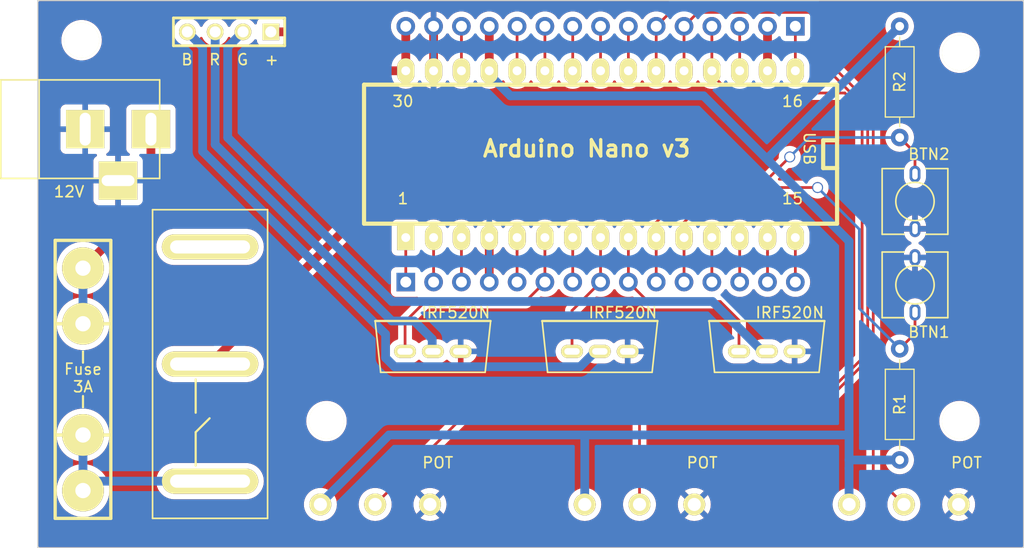
<source format=kicad_pcb>
(kicad_pcb (version 20221018) (generator pcbnew)
  (title_block (title "RGB LED v2") (rev "1") (company "coredump Hackerspace"))
  (layers (0 "F.Cu" signal) (31 "B.Cu" signal) (34 "B.Paste" user) (35 "F.Paste" user) (36 "B.SilkS" user "B.Silkscreen") (37 "F.SilkS" user "F.Silkscreen") (38 "B.Mask" user) (39 "F.Mask" user) (44 "Edge.Cuts" user))
  (net 0 "")
  (net 1 "GND")
  (net 2 "Net-(CON1-Pad1)")
  (net 3 "Net-(CONN1-Pad2)")
  (net 4 "Net-(CONN1-Pad3)")
  (net 5 "Net-(CONN1-Pad4)")
  (net 6 "Net-(F1-Pad2)")
  (net 7 "A1")
  (net 8 "VIN")
  (net 9 "3.3V")
  (net 10 "A3")
  (net 11 "A4")
  (net 12 "A5")
  (net 13 "A6")
  (net 14 "A7")
  (net 15 "A8")
  (net 16 "A9")
  (net 17 "A10")
  (net 18 "A11")
  (net 19 "5V")
  (net 20 "A13")
  (net 21 "A16")
  (net 22 "A17")
  (net 23 "A18")
  (net 24 "A20")
  (net 25 "A21")
  (net 26 "A22")
  (net 27 "A23")
  (net 28 "A24")
  (net 29 "A25")
  (net 30 "A26")
  (net 31 "A27")
  (net 32 "A28")
  (net 33 "A29")
  (net 34 "A30")
  (footprint "POT_3" (layer "F.Cu") (at 49.53 66.04)
    (fp_text reference "RV1" hide)
    (fp_text value "POT" (at 5.715 -3.81) (layer "F.SilkS"))
    (pad "1" thru_hole circle (at -5 0) (size 2 2) (drill 1.2) (layers "*.Cu" "*.Mask" "F.SilkS") (net 19 "5V"))
    (pad "2" thru_hole circle (at 0 0) (size 2 2) (drill 1.2) (layers "*.Cu" "*.Mask" "F.SilkS") (net 11 "A4"))
    (pad "3" thru_hole circle (at 5 0) (size 2 2) (drill 1.2) (layers "*.Cu" "*.Mask" "F.SilkS") (net 1 "GND"))
  )
  (footprint "POT_3_Naked" (layer "F.Cu") (at 73.66 66.04)
    (fp_text reference "RV2" hide)
    (fp_text value "POT" (at 5.715 -3.81) (layer "F.SilkS"))
    (pad "1" thru_hole circle (at -5 0) (size 2 2) (drill 1.2) (layers "*.Cu" "*.Mask" "F.SilkS") (net 19 "5V"))
    (pad "2" thru_hole circle (at 0 0) (size 2 2) (drill 1.2) (layers "*.Cu" "*.Mask" "F.SilkS") (net 12 "A5"))
    (pad "3" thru_hole circle (at 5 0) (size 2 2) (drill 1.2) (layers "*.Cu" "*.Mask" "F.SilkS") (net 1 "GND"))
  )
  (footprint "PIN_ARRAY_4x1" (layer "F.Cu") (at 36.195 22.86 180)
    (fp_text reference "CONN1" hide)
    (fp_text value "RGB LED" hide)
    (fp_line (start -5.08 -1.27) (end -5.08 1.27) (stroke (width 0.254)) (layer "F.SilkS"))
    (fp_line (start 5.08 -1.27) (end -5.08 -1.27) (stroke (width 0.254)) (layer "F.SilkS"))
    (fp_line (start 5.08 1.27) (end -5.08 1.27) (stroke (width 0.254)) (layer "F.SilkS"))
    (fp_line (start 5.08 1.27) (end 5.08 -1.27) (stroke (width 0.254)) (layer "F.SilkS"))
    (pad "1" thru_hole rect (at -3.81 0 180) (size 1.524 1.524) (drill 1.016) (layers "*.Cu" "*.Mask" "F.SilkS") (net 8 "VIN"))
    (pad "2" thru_hole circle (at -1.27 0 180) (size 1.524 1.524) (drill 1.016) (layers "*.Cu" "*.Mask" "F.SilkS") (net 3 "Net-(CONN1-Pad2)"))
    (pad "3" thru_hole circle (at 1.27 0 180) (size 1.524 1.524) (drill 1.016) (layers "*.Cu" "*.Mask" "F.SilkS") (net 4 "Net-(CONN1-Pad3)"))
    (pad "4" thru_hole circle (at 3.81 0 180) (size 1.524 1.524) (drill 1.016) (layers "*.Cu" "*.Mask" "F.SilkS") (net 5 "Net-(CONN1-Pad4)"))
  )
  (footprint "OSHW_MASK_7MM" (layer "F.Cu") (at 38.481 30.099)
    (fp_text reference "G***" hide)
    (fp_text value "LOGO" hide)
  )
  (footprint "arduino_nano" (layer "F.Cu") (at 68.834 34.036 180)
    (fp_text reference "UC1" hide)
    (fp_text value "ARDUINO_NANO" hide)
    (fp_line (start -22.86 -6.35) (end 20.32 -6.35) (stroke (width 0.381)) (layer "F.SilkS"))
    (fp_line (start -22.86 1.27) (end -21.59 1.27) (stroke (width 0.381)) (layer "F.SilkS"))
    (fp_line (start -22.86 6.35) (end -22.86 -6.35) (stroke (width 0.381)) (layer "F.SilkS"))
    (fp_line (start -21.59 -1.27) (end -22.86 -1.27) (stroke (width 0.381)) (layer "F.SilkS"))
    (fp_line (start -21.59 1.27) (end -21.59 -1.27) (stroke (width 0.381)) (layer "F.SilkS"))
    (fp_line (start 20.32 -6.35) (end 20.32 6.35) (stroke (width 0.381)) (layer "F.SilkS"))
    (fp_line (start 20.32 6.35) (end -22.86 6.35) (stroke (width 0.381)) (layer "F.SilkS"))
    (pad "1" thru_hole oval (at -19.05 7.62 180) (size 1.5748 2.286) (drill 0.8128) (layers "*.Cu" "*.Mask" "F.SilkS") (net 7 "A1"))
    (pad "2" thru_hole oval (at -16.51 7.62 180) (size 1.5748 2.286) (drill 0.8128) (layers "*.Cu" "*.Mask" "F.SilkS") (net 9 "3.3V"))
    (pad "3" thru_hole oval (at -13.97 7.62 180) (size 1.5748 2.286) (drill 0.8128) (layers "*.Cu" "*.Mask" "F.SilkS") (net 10 "A3"))
    (pad "4" thru_hole oval (at -11.43 7.62 180) (size 1.5748 2.286) (drill 0.8128) (layers "*.Cu" "*.Mask" "F.SilkS") (net 11 "A4"))
    (pad "5" thru_hole oval (at -8.89 7.62 180) (size 1.5748 2.286) (drill 0.8128) (layers "*.Cu" "*.Mask" "F.SilkS") (net 12 "A5"))
    (pad "6" thru_hole oval (at -6.35 7.62 180) (size 1.5748 2.286) (drill 0.8128) (layers "*.Cu" "*.Mask" "F.SilkS") (net 13 "A6"))
    (pad "7" thru_hole oval (at -3.81 7.62 180) (size 1.5748 2.286) (drill 0.8128) (layers "*.Cu" "*.Mask" "F.SilkS") (net 14 "A7"))
    (pad "8" thru_hole oval (at -1.27 7.62 180) (size 1.5748 2.286) (drill 0.8128) (layers "*.Cu" "*.Mask" "F.SilkS") (net 15 "A8"))
    (pad "9" thru_hole oval (at 1.27 7.62 180) (size 1.5748 2.286) (drill 0.8128) (layers "*.Cu" "*.Mask" "F.SilkS") (net 16 "A9"))
    (pad "10" thru_hole oval (at 3.81 7.62 180) (size 1.5748 2.286) (drill 0.8128) (layers "*.Cu" "*.Mask" "F.SilkS") (net 17 "A10"))
    (pad "11" thru_hole oval (at 6.35 7.62 180) (size 1.5748 2.286) (drill 0.8128) (layers "*.Cu" "*.Mask" "F.SilkS") (net 18 "A11"))
    (pad "12" thru_hole oval (at 8.89 7.62 180) (size 1.5748 2.286) (drill 0.8128) (layers "*.Cu" "*.Mask" "F.SilkS") (net 19 "5V"))
    (pad "13" thru_hole oval (at 11.43 7.62 180) (size 1.5748 2.286) (drill 0.8128) (layers "*.Cu" "*.Mask" "F.SilkS") (net 20 "A13"))
    (pad "14" thru_hole oval (at 13.97 7.62 180) (size 1.5748 2.286) (drill 0.8128) (layers "*.Cu" "*.Mask" "F.SilkS") (net 1 "GND"))
    (pad "15" thru_hole oval (at 16.51 7.62 180) (size 1.5748 2.286) (drill 0.8128) (layers "*.Cu" "*.Mask" "F.SilkS") (net 8 "VIN"))
    (pad "16" thru_hole rect (at 16.51 -7.62 180) (size 1.5748 2.286) (drill 0.8128) (layers "*.Cu" "*.Mask" "F.SilkS") (net 21 "A16"))
    (pad "17" thru_hole oval (at 13.97 -7.62 180) (size 1.5748 2.286) (drill 0.8128) (layers "*.Cu" "*.Mask" "F.SilkS") (net 22 "A17"))
    (pad "18" thru_hole oval (at 11.43 -7.62 180) (size 1.5748 2.286) (drill 0.8128) (layers "*.Cu" "*.Mask" "F.SilkS") (net 23 "A18"))
    (pad "19" thru_hole oval (at 8.89 -7.62 180) (size 1.5748 2.286) (drill 0.8128) (layers "*.Cu" "*.Mask" "F.SilkS") (net 1 "GND"))
    (pad "20" thru_hole oval (at 6.35 -7.62 180) (size 1.5748 2.286) (drill 0.8128) (layers "*.Cu" "*.Mask" "F.SilkS") (net 24 "A20"))
    (pad "21" thru_hole oval (at 3.81 -7.62 180) (size 1.5748 2.286) (drill 0.8128) (layers "*.Cu" "*.Mask" "F.SilkS") (net 25 "A21"))
    (pad "22" thru_hole oval (at 1.27 -7.62 180) (size 1.5748 2.286) (drill 0.8128) (layers "*.Cu" "*.Mask" "F.SilkS") (net 26 "A22"))
    (pad "23" thru_hole oval (at -1.27 -7.62 180) (size 1.5748 2.286) (drill 0.8128) (layers "*.Cu" "*.Mask" "F.SilkS") (net 27 "A23"))
    (pad "24" thru_hole oval (at -3.81 -7.62 180) (size 1.5748 2.286) (drill 0.8128) (layers "*.Cu" "*.Mask" "F.SilkS") (net 28 "A24"))
    (pad "25" thru_hole oval (at -6.35 -7.62 180) (size 1.5748 2.286) (drill 0.8128) (layers "*.Cu" "*.Mask" "F.SilkS") (net 29 "A25"))
    (pad "26" thru_hole oval (at -8.89 -7.62 180) (size 1.5748 2.286) (drill 0.8128) (layers "*.Cu" "*.Mask" "F.SilkS") (net 30 "A26"))
    (pad "27" thru_hole oval (at -11.43 -7.62 180) (size 1.5748 2.286) (drill 0.8128) (layers "*.Cu" "*.Mask" "F.SilkS") (net 31 "A27"))
    (pad "28" thru_hole oval (at -13.97 -7.62 180) (size 1.5748 2.286) (drill 0.8128) (layers "*.Cu" "*.Mask" "F.SilkS") (net 32 "A28"))
    (pad "29" thru_hole oval (at -16.51 -7.62 180) (size 1.5748 2.286) (drill 0.8128) (layers "*.Cu" "*.Mask" "F.SilkS") (net 33 "A29"))
    (pad "30" thru_hole oval (at -19.05 -7.62 180) (size 1.5748 2.286) (drill 0.8128) (layers "*.Cu" "*.Mask" "F.SilkS") (net 34 "A30"))
  )
  (footprint "IRF520N" (layer "F.Cu") (at 64.77 49.276)
    (fp_text reference "QB1" hide)
    (fp_text value "IRF520N FET" hide)
    (fp_line (start 0 0) (end 10.54 0) (stroke (width 0.15)) (layer "F.SilkS"))
    (fp_line (start 0.5 4.69) (end 0 0) (stroke (width 0.15)) (layer "F.SilkS"))
    (fp_line (start 10.04 4.69) (end 0.5 4.69) (stroke (width 0.15)) (layer "F.SilkS"))
    (fp_line (start 10.54 0) (end 10.04 4.69) (stroke (width 0.15)) (layer "F.SilkS"))
    (pad "D" thru_hole oval (at 5.27 2.78) (size 2 1.2) (drill oval 1.4 0.6) (layers "*.Cu" "*.Mask" "F.SilkS") (net 5 "Net-(CONN1-Pad4)"))
    (pad "G" thru_hole oval (at 2.73 2.78) (size 2 1.2) (drill oval 1.4 0.6) (layers "*.Cu" "*.Mask" "F.SilkS") (net 27 "A23"))
    (pad "S" thru_hole oval (at 7.81 2.78) (size 2 1.2) (drill oval 1.4 0.6) (layers "*.Cu" "*.Mask" "F.SilkS") (net 1 "GND"))
  )
  (footprint "IRF520N" (layer "F.Cu") (at 49.53 49.276)
    (fp_text reference "QR1" hide)
    (fp_text value "IRF520N FET" hide)
    (fp_line (start 0 0) (end 10.54 0) (stroke (width 0.15)) (layer "F.SilkS"))
    (fp_line (start 0.5 4.69) (end 0 0) (stroke (width 0.15)) (layer "F.SilkS"))
    (fp_line (start 10.04 4.69) (end 0.5 4.69) (stroke (width 0.15)) (layer "F.SilkS"))
    (fp_line (start 10.54 0) (end 10.04 4.69) (stroke (width 0.15)) (layer "F.SilkS"))
    (pad "D" thru_hole oval (at 5.27 2.78) (size 2 1.2) (drill oval 1.4 0.6) (layers "*.Cu" "*.Mask" "F.SilkS") (net 4 "Net-(CONN1-Pad3)"))
    (pad "G" thru_hole oval (at 2.73 2.78) (size 2 1.2) (drill oval 1.4 0.6) (layers "*.Cu" "*.Mask" "F.SilkS") (net 25 "A21"))
    (pad "S" thru_hole oval (at 7.81 2.78) (size 2 1.2) (drill oval 1.4 0.6) (layers "*.Cu" "*.Mask" "F.SilkS") (net 1 "GND"))
  )
  (footprint "rgbled-custom:KCD3" (layer "F.Cu") (at 29.21 67.31 90)
    (fp_text reference "SW1" hide)
    (fp_text value "SPST" hide)
    (fp_line (start 0 0) (end 28.2 0) (stroke (width 0.15)) (layer "F.SilkS"))
    (fp_line (start 0 10.5) (end 0 0) (stroke (width 0.15)) (layer "F.SilkS"))
    (fp_line (start 28.2 0) (end 28.2 10.5) (stroke (width 0.15)) (layer "F.SilkS"))
    (fp_line (start 28.2 10.5) (end 0 10.5) (stroke (width 0.15)) (layer "F.SilkS"))
    (pad "1" thru_hole oval (at 3.4 5.25 90) (size 2.3 8.8) (drill oval 1.2 7.3) (layers "*.Cu" "*.Mask" "F.SilkS") (net 6 "Net-(F1-Pad2)"))
    (pad "2" thru_hole oval (at 14.1 5.25 90) (size 2.3 8.8) (drill oval 1.2 7.3) (layers "*.Cu" "*.Mask" "F.SilkS") (net 8 "VIN"))
    (pad "3" thru_hole oval (at 24.8 5.25 90) (size 2.3 8.8) (drill oval 1.2 7.3) (layers "*.Cu" "*.Mask" "F.SilkS"))
  )
  (footprint "FUSE5-20" (layer "F.Cu") (at 22.86 54.61 -90)
    (fp_text reference "F1" hide)
    (fp_text value "FUSE" hide)
    (fp_line (start -12.7 -2.54) (end 12.7 -2.54) (stroke (width 0.3048)) (layer "F.SilkS"))
    (fp_line (start -12.7 2.54) (end -12.7 -2.54) (stroke (width 0.3048)) (layer "F.SilkS"))
    (fp_line (start -5.08 -2.54) (end -5.08 2.54) (stroke (width 0.3048)) (layer "F.SilkS"))
    (fp_line (start 5.08 -2.54) (end 5.08 2.54) (stroke (width 0.3048)) (layer "F.SilkS"))
    (fp_line (start 12.7 -2.54) (end 12.7 2.54) (stroke (width 0.3048)) (layer "F.SilkS"))
    (fp_line (start 12.7 2.54) (end -12.7 2.54) (stroke (width 0.3048)) (layer "F.SilkS"))
    (pad "1" thru_hole circle (at -10.16 0 270) (size 3.81 3.81) (drill 1.397) (layers "*.Cu" "*.Mask" "F.SilkS") (net 2 "Net-(CON1-Pad1)"))
    (pad "1" thru_hole circle (at -5.08 0 270) (size 3.81 3.81) (drill 1.397) (layers "*.Cu" "*.Mask" "F.SilkS") (net 2 "Net-(CON1-Pad1)"))
    (pad "2" thru_hole circle (at 5.08 0 270) (size 3.81 3.81) (drill 1.397) (layers "*.Cu" "*.Mask" "F.SilkS") (net 6 "Net-(F1-Pad2)"))
    (pad "2" thru_hole circle (at 10.16 0 270) (size 3.81 3.81) (drill 1.397) (layers "*.Cu" "*.Mask" "F.SilkS") (net 6 "Net-(F1-Pad2)"))
  )
  (footprint "IRF520N" (layer "F.Cu") (at 80.01 49.276)
    (fp_text reference "QG1" hide)
    (fp_text value "IRF520N FET" hide)
    (fp_line (start 0 0) (end 10.54 0) (stroke (width 0.15)) (layer "F.SilkS"))
    (fp_line (start 0.5 4.69) (end 0 0) (stroke (width 0.15)) (layer "F.SilkS"))
    (fp_line (start 10.04 4.69) (end 0.5 4.69) (stroke (width 0.15)) (layer "F.SilkS"))
    (fp_line (start 10.54 0) (end 10.04 4.69) (stroke (width 0.15)) (layer "F.SilkS"))
    (pad "D" thru_hole oval (at 5.27 2.78) (size 2 1.2) (drill oval 1.4 0.6) (layers "*.Cu" "*.Mask" "F.SilkS") (net 3 "Net-(CONN1-Pad2)"))
    (pad "G" thru_hole oval (at 2.73 2.78) (size 2 1.2) (drill oval 1.4 0.6) (layers "*.Cu" "*.Mask" "F.SilkS") (net 28 "A24"))
    (pad "S" thru_hole oval (at 7.81 2.78) (size 2 1.2) (drill oval 1.4 0.6) (layers "*.Cu" "*.Mask" "F.SilkS") (net 1 "GND"))
  )
  (footprint "POT_3_Naked" (layer "F.Cu") (at 97.79 66.04)
    (fp_text reference "RV3" hide)
    (fp_text value "POT" (at 5.715 -3.81) (layer "F.SilkS"))
    (pad "1" thru_hole circle (at -5 0) (size 2 2) (drill 1.2) (layers "*.Cu" "*.Mask" "F.SilkS") (net 19 "5V"))
    (pad "2" thru_hole circle (at 0 0) (size 2 2) (drill 1.2) (layers "*.Cu" "*.Mask" "F.SilkS") (net 13 "A6"))
    (pad "3" thru_hole circle (at 5 0) (size 2 2) (drill 1.2) (layers "*.Cu" "*.Mask" "F.SilkS") (net 1 "GND"))
  )
  (footprint "Connect:BARREL_JACK" (layer "F.Cu") (at 22.86 31.75)
    (fp_text reference "CON1" hide)
    (fp_text value "BARREL_JACK" hide)
    (fp_line (start -7.50062 -4.50088) (end -7.50062 4.50088) (stroke (width 0.15)) (layer "F.SilkS"))
    (fp_line (start -7.50062 4.50088) (end 7.00024 4.50088) (stroke (width 0.15)) (layer "F.SilkS"))
    (fp_line (start -4.0005 -4.50088) (end -4.0005 4.50088) (stroke (width 0.15)) (layer "F.SilkS"))
    (fp_line (start 7.00024 -4.50088) (end -7.50062 -4.50088) (stroke (width 0.15)) (layer "F.SilkS"))
    (fp_line (start 7.00024 4.50088) (end 7.00024 -4.50088) (stroke (width 0.15)) (layer "F.SilkS"))
    (pad "1" thru_hole rect (at 6.20014 0) (size 3.50012 3.50012) (drill oval 1.00076 2.99974) (layers "*.Cu" "*.Mask" "F.SilkS") (net 2 "Net-(CON1-Pad1)"))
    (pad "2" thru_hole rect (at 0.20066 0) (size 3.50012 3.50012) (drill oval 1.00076 2.99974) (layers "*.Cu" "*.Mask" "F.SilkS") (net 1 "GND"))
    (pad "3" thru_hole rect (at 3.2004 4.699) (size 3.50012 3.50012) (drill oval 2.99974 1.00076) (layers "*.Cu" "*.Mask" "F.SilkS") (net 1 "GND"))
  )
  (footprint "Mounting_Holes:MountingHole_3.2mm_M3" (layer "F.Cu") (at 102.87 24.765)
    (fp_text reference "REF**" hide)
    (fp_text value "MountingHole_3.2mm_M3" hide)
    (pad "" np_thru_hole circle (at 0 0) (size 3.2 3.2) (drill 3.2) (layers "*.Cu" "*.Mask" "F.SilkS"))
  )
  (footprint "Mounting_Holes:MountingHole_3.2mm_M3" (layer "F.Cu") (at 45.085 58.42)
    (fp_text reference "REF**" hide)
    (fp_text value "MountingHole_3.2mm_M3" hide)
    (pad "" np_thru_hole circle (at 0 0) (size 3.2 3.2) (drill 3.2) (layers "*.Cu" "*.Mask" "F.SilkS"))
  )
  (footprint "Mounting_Holes:MountingHole_3.2mm_M3" (layer "F.Cu") (at 102.87 58.42)
    (fp_text reference "REF**" hide)
    (fp_text value "MountingHole_3.2mm_M3" hide)
    (pad "" np_thru_hole circle (at 0 0) (size 3.2 3.2) (drill 3.2) (layers "*.Cu" "*.Mask" "F.SilkS"))
  )
  (footprint "Mounting_Holes:MountingHole_3.2mm_M3" (layer "F.Cu") (at 22.733 23.622)
    (fp_text reference "REF**" hide)
    (fp_text value "MountingHole_3.2mm_M3" hide)
    (pad "" np_thru_hole circle (at 0 0) (size 3.2 3.2) (drill 3.2) (layers "*.Cu" "*.Mask" "F.SilkS"))
  )
  (footprint "rgbled-custom:Pin_Header_Straight_1x15_Pitch2.54mm_Noborder" (layer "F.Cu") (at 87.884 22.352 -90)
    (fp_text reference "P1" hide)
    (fp_text value "CONN_01X15")
    (pad "1" thru_hole rect (at 0 0 270) (size 1.7 1.7) (drill 1) (layers "*.Cu" "*.Mask") (net 7 "A1"))
    (pad "2" thru_hole oval (at 0 2.54 270) (size 1.7 1.7) (drill 1) (layers "*.Cu" "*.Mask") (net 9 "3.3V"))
    (pad "3" thru_hole oval (at 0 5.08 270) (size 1.7 1.7) (drill 1) (layers "*.Cu" "*.Mask") (net 10 "A3"))
    (pad "4" thru_hole oval (at 0 7.62 270) (size 1.7 1.7) (drill 1) (layers "*.Cu" "*.Mask") (net 11 "A4"))
    (pad "5" thru_hole oval (at 0 10.16 270) (size 1.7 1.7) (drill 1) (layers "*.Cu" "*.Mask") (net 12 "A5"))
    (pad "6" thru_hole oval (at 0 12.7 270) (size 1.7 1.7) (drill 1) (layers "*.Cu" "*.Mask") (net 13 "A6"))
    (pad "7" thru_hole oval (at 0 15.24 270) (size 1.7 1.7) (drill 1) (layers "*.Cu" "*.Mask") (net 14 "A7"))
    (pad "8" thru_hole oval (at 0 17.78 270) (size 1.7 1.7) (drill 1) (layers "*.Cu" "*.Mask") (net 15 "A8"))
    (pad "9" thru_hole oval (at 0 20.32 270) (size 1.7 1.7) (drill 1) (layers "*.Cu" "*.Mask") (net 16 "A9"))
    (pad "10" thru_hole oval (at 0 22.86 270) (size 1.7 1.7) (drill 1) (layers "*.Cu" "*.Mask") (net 17 "A10"))
    (pad "11" thru_hole oval (at 0 25.4 270) (size 1.7 1.7) (drill 1) (layers "*.Cu" "*.Mask") (net 18 "A11"))
    (pad "12" thru_hole oval (at 0 27.94 270) (size 1.7 1.7) (drill 1) (layers "*.Cu" "*.Mask") (net 19 "5V"))
    (pad "13" thru_hole oval (at 0 30.48 270) (size 1.7 1.7) (drill 1) (layers "*.Cu" "*.Mask") (net 20 "A13"))
    (pad "14" thru_hole oval (at 0 33.02 270) (size 1.7 1.7) (drill 1) (layers "*.Cu" "*.Mask") (net 1 "GND"))
    (pad "15" thru_hole oval (at 0 35.56 270) (size 1.7 1.7) (drill 1) (layers "*.Cu" "*.Mask") (net 8 "VIN"))
  )
  (footprint "rgbled-custom:Pin_Header_Straight_1x15_Pitch2.54mm_Noborder" (layer "F.Cu") (at 52.324 45.72 90)
    (fp_text reference "P2" hide)
    (fp_text value "CONN_01X15")
    (pad "1" thru_hole rect (at 0 0 90) (size 1.7 1.7) (drill 1) (layers "*.Cu" "*.Mask") (net 21 "A16"))
    (pad "2" thru_hole oval (at 0 2.54 90) (size 1.7 1.7) (drill 1) (layers "*.Cu" "*.Mask") (net 22 "A17"))
    (pad "3" thru_hole oval (at 0 5.08 90) (size 1.7 1.7) (drill 1) (layers "*.Cu" "*.Mask") (net 23 "A18"))
    (pad "4" thru_hole oval (at 0 7.62 90) (size 1.7 1.7) (drill 1) (layers "*.Cu" "*.Mask") (net 1 "GND"))
    (pad "5" thru_hole oval (at 0 10.16 90) (size 1.7 1.7) (drill 1) (layers "*.Cu" "*.Mask") (net 24 "A20"))
    (pad "6" thru_hole oval (at 0 12.7 90) (size 1.7 1.7) (drill 1) (layers "*.Cu" "*.Mask") (net 25 "A21"))
    (pad "7" thru_hole oval (at 0 15.24 90) (size 1.7 1.7) (drill 1) (layers "*.Cu" "*.Mask") (net 26 "A22"))
    (pad "8" thru_hole oval (at 0 17.78 90) (size 1.7 1.7) (drill 1) (layers "*.Cu" "*.Mask") (net 27 "A23"))
    (pad "9" thru_hole oval (at 0 20.32 90) (size 1.7 1.7) (drill 1) (layers "*.Cu" "*.Mask") (net 28 "A24"))
    (pad "10" thru_hole oval (at 0 22.86 90) (size 1.7 1.7) (drill 1) (layers "*.Cu" "*.Mask") (net 29 "A25"))
    (pad "11" thru_hole oval (at 0 25.4 90) (size 1.7 1.7) (drill 1) (layers "*.Cu" "*.Mask") (net 30 "A26"))
    (pad "12" thru_hole oval (at 0 27.94 90) (size 1.7 1.7) (drill 1) (layers "*.Cu" "*.Mask") (net 31 "A27"))
    (pad "13" thru_hole oval (at 0 30.48 90) (size 1.7 1.7) (drill 1) (layers "*.Cu" "*.Mask") (net 32 "A28"))
    (pad "14" thru_hole oval (at 0 33.02 90) (size 1.7 1.7) (drill 1) (layers "*.Cu" "*.Mask") (net 33 "A29"))
    (pad "15" thru_hole oval (at 0 35.56 90) (size 1.7 1.7) (drill 1) (layers "*.Cu" "*.Mask") (net 34 "A30"))
  )
  (footprint "rgbled-custom:PUSHBUTTON_TS044S" (layer "F.Cu") (at 98.806 45.974 90)
    (fp_text reference "BTN1" (at -4.318 1.27 180) (layer "F.SilkS"))
    (fp_text value "SPST")
    (fp_line (start -3 -3) (end -3 -1) (stroke (width 0.15)) (layer "F.SilkS"))
    (fp_line (start -3 -3) (end 3 -3) (stroke (width 0.15)) (layer "F.SilkS"))
    (fp_line (start -3 3) (end -3 1) (stroke (width 0.15)) (layer "F.SilkS"))
    (fp_line (start 3 -3) (end 3 -1) (stroke (width 0.15)) (layer "F.SilkS"))
    (fp_line (start 3 3) (end -3 3) (stroke (width 0.15)) (layer "F.SilkS"))
    (fp_line (start 3 3) (end 3 1) (stroke (width 0.15)) (layer "F.SilkS"))
    (fp_circle (center 0 0) (end 1.75 0) (stroke (width 0.15)) (fill none) (layer "F.SilkS"))
    (pad "1" thru_hole oval (at -2.5 0 90) (size 1.524 1) (drill oval 1 0.5) (layers "*.Cu" "*.Mask") (net 30 "A26"))
    (pad "2" thru_hole oval (at 2.5 0 90) (size 1.524 1) (drill oval 1 0.5) (layers "*.Cu" "*.Mask") (net 1 "GND"))
  )
  (footprint "rgbled-custom:PUSHBUTTON_TS044S" (layer "F.Cu") (at 98.806 38.354 -90)
    (fp_text reference "BTN2" (at -4.318 -1.27) (layer "F.SilkS"))
    (fp_text value "SPST")
    (fp_line (start -3 -3) (end -3 -1) (stroke (width 0.15)) (layer "F.SilkS"))
    (fp_line (start -3 -3) (end 3 -3) (stroke (width 0.15)) (layer "F.SilkS"))
    (fp_line (start -3 3) (end -3 1) (stroke (width 0.15)) (layer "F.SilkS"))
    (fp_line (start 3 -3) (end 3 -1) (stroke (width 0.15)) (layer "F.SilkS"))
    (fp_line (start 3 3) (end -3 3) (stroke (width 0.15)) (layer "F.SilkS"))
    (fp_line (start 3 3) (end 3 1) (stroke (width 0.15)) (layer "F.SilkS"))
    (fp_circle (center 0 0) (end 1.75 0) (stroke (width 0.15)) (fill none) (layer "F.SilkS"))
    (pad "1" thru_hole oval (at -2.5 0 270) (size 1.524 1) (drill oval 1 0.5) (layers "*.Cu" "*.Mask") (net 29 "A25"))
    (pad "2" thru_hole oval (at 2.5 0 270) (size 1.524 1) (drill oval 1 0.5) (layers "*.Cu" "*.Mask") (net 1 "GND"))
  )
  (footprint "Resistors_THT:R_Axial_DIN0207_L6.3mm_D2.5mm_P10.16mm_Horizontal" (layer "F.Cu") (at 97.409 51.816 -90)
    (fp_text reference "R1" (at 5.08 0 270) (layer "F.SilkS"))
    (fp_text value "R")
    (fp_line (start 0.98 0) (end 1.87 0) (stroke (width 0.12)) (layer "F.SilkS"))
    (fp_line (start 1.87 -1.31) (end 1.87 1.31) (stroke (width 0.12)) (layer "F.SilkS"))
    (fp_line (start 1.87 1.31) (end 8.29 1.31) (stroke (width 0.12)) (layer "F.SilkS"))
    (fp_line (start 8.29 -1.31) (end 1.87 -1.31) (stroke (width 0.12)) (layer "F.SilkS"))
    (fp_line (start 8.29 1.31) (end 8.29 -1.31) (stroke (width 0.12)) (layer "F.SilkS"))
    (fp_line (start 9.18 0) (end 8.29 0) (stroke (width 0.12)) (layer "F.SilkS"))
    (pad "1" thru_hole circle (at 0 0 270) (size 1.6 1.6) (drill 0.8) (layers "*.Cu" "*.Mask") (net 30 "A26"))
    (pad "2" thru_hole oval (at 10.16 0 270) (size 1.6 1.6) (drill 0.8) (layers "*.Cu" "*.Mask") (net 19 "5V"))
  )
  (footprint "Resistors_THT:R_Axial_DIN0207_L6.3mm_D2.5mm_P10.16mm_Horizontal" (layer "F.Cu") (at 97.409 32.512 90)
    (fp_text reference "R2" (at 5.08 0 90) (layer "F.SilkS"))
    (fp_text value "R")
    (fp_line (start 0.98 0) (end 1.87 0) (stroke (width 0.12)) (layer "F.SilkS"))
    (fp_line (start 1.87 -1.31) (end 1.87 1.31) (stroke (width 0.12)) (layer "F.SilkS"))
    (fp_line (start 1.87 1.31) (end 8.29 1.31) (stroke (width 0.12)) (layer "F.SilkS"))
    (fp_line (start 8.29 -1.31) (end 1.87 -1.31) (stroke (width 0.12)) (layer "F.SilkS"))
    (fp_line (start 8.29 1.31) (end 8.29 -1.31) (stroke (width 0.12)) (layer "F.SilkS"))
    (fp_line (start 9.18 0) (end 8.29 0) (stroke (width 0.12)) (layer "F.SilkS"))
    (pad "1" thru_hole circle (at 0 0 90) (size 1.6 1.6) (drill 0.8) (layers "*.Cu" "*.Mask") (net 29 "A25"))
    (pad "2" thru_hole oval (at 10.16 0 90) (size 1.6 1.6) (drill 0.8) (layers "*.Cu" "*.Mask") (net 19 "5V"))
  )
  (gr_line (start 33.147 59.436) (end 34.417 58.166) (stroke (width 0.2)) (layer "F.SilkS"))
  (gr_line (start 33.147 62.23) (end 33.147 62.484) (stroke (width 0.2)) (layer "F.SilkS"))
  (gr_line (start 49.53 49.276) (end 60.071 49.276) (stroke (width 0.2)) (layer "F.SilkS"))
  (gr_line (start 22.86 52.07) (end 22.86 53.086) (stroke (width 0.2)) (layer "F.SilkS"))
  (gr_line (start 64.77 49.276) (end 75.311 49.276) (stroke (width 0.2)) (layer "F.SilkS"))
  (gr_line (start 80.01 49.276) (end 90.551 49.276) (stroke (width 0.2)) (layer "F.SilkS"))
  (gr_line (start 33.147 54.864) (end 33.147 54.61) (stroke (width 0.2)) (layer "F.SilkS"))
  (gr_line (start 33.147 62.23) (end 33.147 59.436) (stroke (width 0.2)) (layer "F.SilkS"))
  (gr_line (start 22.86 56.134) (end 22.86 57.15) (stroke (width 0.2)) (layer "F.SilkS"))
  (gr_line (start 33.147 54.864) (end 33.147 57.658) (stroke (width 0.2)) (layer "F.SilkS"))
  (gr_line (start 18.73 70) (end 108.73 70) (stroke (width 0.1)) (layer "Edge.Cuts"))
  (gr_line (start 18.73 20) (end 18.73 70) (stroke (width 0.1)) (layer "Edge.Cuts"))
  (gr_line (start 18.73 20) (end 108.73 20) (stroke (width 0.1)) (layer "Edge.Cuts"))
  (gr_line (start 108.73 20) (end 108.73 70) (stroke (width 0.1)) (layer "Edge.Cuts"))
  (gr_text "16" (at 87.63 29.21) (layer "F.SilkS") (effects (font (size 1 1))))
  (gr_text "12V" (at 21.59 37.465) (layer "F.SilkS") (effects (font (size 1 1))))
  (gr_text "R" (at 34.29 25.4) (layer "F.SilkS") (effects (font (size 1 1)) (justify left)))
  (gr_text "15" (at 87.63 38.1) (layer "F.SilkS") (effects (font (size 1 1))))
  (gr_text "Arduino Nano v3" (at 68.834 33.528) (layer "F.SilkS") (effects (font (size 1.5 1.5) (thickness 0.3))))
  (gr_text "IRF520N" (at 72.136 48.514) (layer "F.SilkS") (effects (font (size 1 1))))
  (gr_text "USB" (at 89.154 33.528 270) (layer "F.SilkS") (effects (font (size 1 1))))
  (gr_text "IRF520N" (at 87.376 48.514) (layer "F.SilkS") (effects (font (size 1 1))))
  (gr_text "B" (at 31.75 25.4) (layer "F.SilkS") (effects (font (size 1 1)) (justify left)))
  (gr_text "1" (at 52.07 38.1) (layer "F.SilkS") (effects (font (size 1 1))))
  (gr_text "G" (at 36.83 25.4) (layer "F.SilkS") (effects (font (size 1 1)) (justify left)))
  (gr_text "Fuse\n3A" (at 22.86 54.483) (layer "F.SilkS") (effects (font (size 1 1))))
  (gr_text "IRF520N" (at 56.896 48.514) (layer "F.SilkS") (effects (font (size 1 1))))
  (gr_text "30" (at 52.07 29.21) (layer "F.SilkS") (effects (font (size 1 1))))
  (gr_text "+" (at 39.37 25.4) (layer "F.SilkS") (effects (font (size 1 1)) (justify left)))
  (segment (start 59.944 45.72) (end 59.944 41.656) (width 0.8) (layer "F.Cu") (net 1))
  (segment (start 54.864 26.416) (end 54.864 22.352) (width 0.8) (layer "F.Cu") (net 1))
  (segment (start 29.06014 38.24986) (end 22.86 44.45) (width 0.8) (layer "F.Cu") (net 2))
  (segment (start 29.06014 31.75) (end 29.06014 38.24986) (width 0.8) (layer "F.Cu") (net 2))
  (segment (start 22.86 44.45) (end 22.86 49.53) (width 0.8) (layer "B.Cu") (net 2))
  (segment (start 85.28 52.006) (end 85.28 52.056) (width 0.8) (layer "B.Cu") (net 3))
  (segment (start 36.068 32.512) (end 51.054 47.498) (width 0.8) (layer "B.Cu") (net 3))
  (segment (start 36.068 24.257) (end 36.068 32.512) (width 0.8) (layer "B.Cu") (net 3))
  (segment (start 80.322 47.498) (end 84.88 52.056) (width 0.8) (layer "B.Cu") (net 3))
  (segment (start 37.465 22.86) (end 36.068 24.257) (width 0.8) (layer "B.Cu") (net 3))
  (segment (start 51.054 47.498) (end 80.322 47.498) (width 0.8) (layer "B.Cu") (net 3))
  (segment (start 84.88 52.056) (end 85.28 52.056) (width 0.8) (layer "B.Cu") (net 3))
  (segment (start 54.8 52.006) (end 54.8 52.056) (width 0.8) (layer "B.Cu") (net 4))
  (segment (start 54.8 52.006) (end 54.8 52.056) (width 0.8) (layer "B.Cu") (net 4))
  (segment (start 54.737 50.927) (end 53.086 49.276) (width 0.8) (layer "B.Cu") (net 4))
  (segment (start 53.086 49.276) (end 51.054 49.276) (width 0.8) (layer "B.Cu") (net 4))
  (segment (start 51.054 49.276) (end 34.925 33.147) (width 0.8) (layer "B.Cu") (net 4))
  (segment (start 54.8 52.056) (end 54.4 52.056) (width 0.8) (layer "B.Cu") (net 4))
  (segment (start 34.925 33.147) (end 34.925 22.86) (width 0.8) (layer "B.Cu") (net 4))
  (segment (start 54.737 51.943) (end 54.737 50.927) (width 0.8) (layer "B.Cu") (net 4))
  (segment (start 70.04 52.056) (end 70.04 52.006) (width 0.8) (layer "B.Cu") (net 5))
  (segment (start 69.64 52.056) (end 70.04 52.056) (width 0.8) (layer "B.Cu") (net 5))
  (segment (start 32.385 22.86) (end 33.782 24.257) (width 0.8) (layer "B.Cu") (net 5))
  (segment (start 50.4825 50.4825) (end 50.4825 52.6415) (width 0.8) (layer "B.Cu") (net 5))
  (segment (start 51.297 53.456) (end 68.24 53.456) (width 0.8) (layer "B.Cu") (net 5))
  (segment (start 50.4825 52.6415) (end 51.297 53.456) (width 0.8) (layer "B.Cu") (net 5))
  (segment (start 33.782 33.782) (end 50.4825 50.4825) (width 0.8) (layer "B.Cu") (net 5))
  (segment (start 33.782 24.257) (end 33.782 33.782) (width 0.8) (layer "B.Cu") (net 5))
  (segment (start 68.24 53.456) (end 69.64 52.056) (width 0.8) (layer "B.Cu") (net 5))
  (segment (start 34.46 63.91) (end 23.72 63.91) (width 0.8) (layer "B.Cu") (net 6))
  (segment (start 22.86 59.69) (end 22.86 64.77) (width 0.8) (layer "B.Cu") (net 6))
  (segment (start 23.72 63.91) (end 22.86 64.77) (width 0.8) (layer "B.Cu") (net 6))
  (segment (start 87.884 26.416) (end 87.884 22.352) (width 0.25) (layer "F.Cu") (net 7))
  (segment (start 40.005 22.86) (end 44.45 22.86) (width 0.8) (layer "F.Cu") (net 8))
  (segment (start 46.99 40.68) (end 46.99 31.242) (width 0.8) (layer "F.Cu") (net 8))
  (segment (start 46.99 28.283) (end 46.99 31.242) (width 0.8) (layer "F.Cu") (net 8))
  (segment (start 44.45 22.86) (end 46.99 25.4) (width 0.8) (layer "F.Cu") (net 8))
  (segment (start 46.99 28.283) (end 46.99 27.432) (width 0.8) (layer "F.Cu") (net 8))
  (segment (start 52.324 22.352) (end 52.324 26.416) (width 0.8) (layer "F.Cu") (net 8))
  (segment (start 46.99 25.4) (end 46.99 28.283) (width 0.8) (layer "F.Cu") (net 8))
  (segment (start 48.006 26.416) (end 52.324 26.416) (width 0.8) (layer "F.Cu") (net 8))
  (segment (start 46.99 27.432) (end 48.006 26.416) (width 0.8) (layer "F.Cu") (net 8))
  (segment (start 34.46 53.21) (end 46.99 40.68) (width 0.8) (layer "F.Cu") (net 8))
  (segment (start 85.344 22.352) (end 85.344 26.416) (width 0.8) (layer "F.Cu") (net 9))
  (segment (start 82.804 26.416) (end 82.804 22.352) (width 0.25) (layer "F.Cu") (net 10))
  (segment (start 81.9404 28.448) (end 80.264 26.7716) (width 0.25) (layer "F.Cu") (net 11))
  (segment (start 93.98 52.705) (end 93.98 30.0297) (width 0.25) (layer "F.Cu") (net 11))
  (segment (start 90.297 56.388) (end 93.98 52.705) (width 0.25) (layer "F.Cu") (net 11))
  (segment (start 92.3983 28.448) (end 81.9404 28.448) (width 0.25) (layer "F.Cu") (net 11))
  (segment (start 80.264 22.352) (end 80.264 23.554081) (width 0.25) (layer "F.Cu") (net 11))
  (segment (start 93.98 30.0297) (end 92.3983 28.448) (width 0.25) (layer "F.Cu") (net 11))
  (segment (start 80.264 26.7716) (end 80.264 26.416) (width 0.25) (layer "F.Cu") (net 11))
  (segment (start 59.182 56.388) (end 90.297 56.388) (width 0.25) (layer "F.Cu") (net 11))
  (segment (start 80.264 23.554081) (end 80.264 26.416) (width 0.25) (layer "F.Cu") (net 11))
  (segment (start 49.53 66.04) (end 59.182 56.388) (width 0.25) (layer "F.Cu") (net 11))
  (segment (start 77.724 22.352) (end 77.724 23.554081) (width 0.25) (layer "F.Cu") (net 12))
  (segment (start 89.662 25.146) (end 94.488 29.972) (width 0.25) (layer "F.Cu") (net 12))
  (segment (start 94.488 29.972) (end 94.488 52.832) (width 0.25) (layer "F.Cu") (net 12))
  (segment (start 77.724 23.554081) (end 77.724 26.416) (width 0.25) (layer "F.Cu") (net 12))
  (segment (start 74.676 56.896) (end 73.66 57.912) (width 0.25) (layer "F.Cu") (net 12))
  (segment (start 94.488 52.832) (end 90.424 56.896) (width 0.25) (layer "F.Cu") (net 12))
  (segment (start 89.662 21.59) (end 89.662 25.146) (width 0.25) (layer "F.Cu") (net 12))
  (segment (start 78.994 21.082) (end 89.154 21.082) (width 0.25) (layer "F.Cu") (net 12))
  (segment (start 77.724 22.352) (end 78.994 21.082) (width 0.25) (layer "F.Cu") (net 12))
  (segment (start 90.424 56.896) (end 74.676 56.896) (width 0.25) (layer "F.Cu") (net 12))
  (segment (start 73.66 57.912) (end 73.66 66.04) (width 0.25) (layer "F.Cu") (net 12))
  (segment (start 89.154 21.082) (end 89.662 21.59) (width 0.25) (layer "F.Cu") (net 12))
  (segment (start 90.17 21.336) (end 90.17 24.892) (width 0.25) (layer "F.Cu") (net 13))
  (segment (start 75.184 26.416) (end 75.184 22.352) (width 0.25) (layer "F.Cu") (net 13))
  (segment (start 94.996 63.246) (end 96.790001 65.040001) (width 0.25) (layer "F.Cu") (net 13))
  (segment (start 94.996 29.718) (end 94.996 63.246) (width 0.25) (layer "F.Cu") (net 13))
  (segment (start 75.184 22.352) (end 76.962 20.574) (width 0.25) (layer "F.Cu") (net 13))
  (segment (start 96.790001 65.040001) (end 97.79 66.04) (width 0.25) (layer "F.Cu") (net 13))
  (segment (start 76.962 20.574) (end 89.408 20.574) (width 0.25) (layer "F.Cu") (net 13))
  (segment (start 90.17 24.892) (end 94.996 29.718) (width 0.25) (layer "F.Cu") (net 13))
  (segment (start 89.408 20.574) (end 90.17 21.336) (width 0.25) (layer "F.Cu") (net 13))
  (segment (start 72.644 22.352) (end 72.644 26.416) (width 0.25) (layer "F.Cu") (net 14))
  (segment (start 70.104 26.416) (end 70.104 22.352) (width 0.25) (layer "F.Cu") (net 15))
  (segment (start 67.564 23.554081) (end 67.564 26.416) (width 0.25) (layer "F.Cu") (net 16))
  (segment (start 67.564 22.352) (end 67.564 23.554081) (width 0.25) (layer "F.Cu") (net 16))
  (segment (start 65.024 26.416) (end 65.024 22.352) (width 0.25) (layer "F.Cu") (net 17))
  (segment (start 62.484 22.352) (end 62.484 26.416) (width 0.25) (layer "F.Cu") (net 18))
  (segment (start 59.944 26.416) (end 59.944 22.352) (width 0.8) (layer "F.Cu") (net 19))
  (segment (start 44.53 65.96) (end 50.8 59.69) (width 0.8) (layer "B.Cu") (net 19))
  (segment (start 85.471 34.29) (end 85.471 34.671) (width 0.8) (layer "B.Cu") (net 19))
  (segment (start 96.27763 61.976) (end 92.7862 61.976) (width 0.8) (layer "B.Cu") (net 19))
  (segment (start 92.7862 61.976) (end 92.7862 62.738) (width 0.8) (layer "B.Cu") (net 19))
  (segment (start 92.7862 59.6862) (end 92.79 59.69) (width 0.8) (layer "B.Cu") (net 19))
  (segment (start 92.7862 59.6938) (end 92.7862 61.976) (width 0.8) (layer "B.Cu") (net 19))
  (segment (start 44.53 65.96) (end 44.53 66.04) (width 0.8) (layer "B.Cu") (net 19))
  (segment (start 92.7862 62.738) (end 92.7862 66.0362) (width 0.8) (layer "B.Cu") (net 19))
  (segment (start 68.66 59.69) (end 92.79 59.69) (width 0.8) (layer "B.Cu") (net 19))
  (segment (start 59.944 26.7716) (end 59.944 26.416) (width 0.8) (layer "B.Cu") (net 19))
  (segment (start 79.502 28.702) (end 85.471 34.671) (width 0.8) (layer "B.Cu") (net 19))
  (segment (start 92.7862 41.9862) (end 92.7862 59.6862) (width 0.8) (layer "B.Cu") (net 19))
  (segment (start 61.8744 28.702) (end 59.944 26.7716) (width 0.8) (layer "B.Cu") (net 19))
  (segment (start 85.471 34.671) (end 92.7862 41.9862) (width 0.8) (layer "B.Cu") (net 19))
  (segment (start 79.502 28.702) (end 61.8744 28.702) (width 0.8) (layer "B.Cu") (net 19))
  (segment (start 68.66 59.69) (end 50.8 59.69) (width 0.8) (layer "B.Cu") (net 19))
  (segment (start 68.66 66.04) (end 68.66 59.69) (width 0.8) (layer "B.Cu") (net 19))
  (segment (start 92.79 59.69) (end 92.7862 59.6938) (width 0.8) (layer "B.Cu") (net 19))
  (segment (start 92.7862 66.0362) (end 92.79 66.04) (width 0.8) (layer "B.Cu") (net 19))
  (segment (start 97.409 22.352) (end 85.471 34.29) (width 0.8) (layer "B.Cu") (net 19))
  (segment (start 97.409 61.976) (end 96.27763 61.976) (width 0.8) (layer "B.Cu") (net 19))
  (segment (start 57.404 22.352) (end 57.404 23.554081) (width 0.25) (layer "F.Cu") (net 20))
  (segment (start 57.404 23.554081) (end 57.404 26.416) (width 0.25) (layer "F.Cu") (net 20))
  (segment (start 52.324 41.656) (end 52.324 45.72) (width 0.25) (layer "F.Cu") (net 21))
  (segment (start 54.864 45.72) (end 54.864 44.517919) (width 0.25) (layer "F.Cu") (net 22))
  (segment (start 54.864 44.517919) (end 54.864 41.656) (width 0.25) (layer "F.Cu") (net 22))
  (segment (start 57.404 41.656) (end 57.404 45.72) (width 0.25) (layer "F.Cu") (net 23))
  (segment (start 62.484 41.656) (end 62.484 43.049) (width 0.25) (layer "F.Cu") (net 24))
  (segment (start 62.484 43.049) (end 62.484 45.72) (width 0.25) (layer "F.Cu") (net 24))
  (segment (start 52.26 52.056) (end 52.26 49.34) (width 0.25) (layer "F.Cu") (net 25))
  (segment (start 65.024 44.517919) (end 65.024 41.656) (width 0.25) (layer "F.Cu") (net 25))
  (segment (start 63.246 47.498) (end 65.024 45.72) (width 0.25) (layer "F.Cu") (net 25))
  (segment (start 54.102 47.498) (end 63.246 47.498) (width 0.25) (layer "F.Cu") (net 25))
  (segment (start 65.024 45.72) (end 65.024 44.517919) (width 0.25) (layer "F.Cu") (net 25))
  (segment (start 52.26 49.34) (end 54.102 47.498) (width 0.25) (layer "F.Cu") (net 25))
  (segment (start 67.564 45.72) (end 67.564 41.656) (width 0.25) (layer "F.Cu") (net 26))
  (segment (start 67.5 48.324) (end 70.104 45.72) (width 0.25) (layer "F.Cu") (net 27))
  (segment (start 67.5 52.056) (end 67.5 48.324) (width 0.25) (layer "F.Cu") (net 27))
  (segment (start 67.5 52.056) (end 67.564 51.992) (width 0.25) (layer "F.Cu") (net 27))
  (segment (start 70.104 41.656) (end 70.104 45.72) (width 0.25) (layer "F.Cu") (net 27))
  (segment (start 82.74 49.212) (end 81.026 47.498) (width 0.25) (layer "F.Cu") (net 28))
  (segment (start 72.644 44.517919) (end 72.644 41.656) (width 0.25) (layer "F.Cu") (net 28))
  (segment (start 82.74 52.056) (end 82.74 49.212) (width 0.25) (layer "F.Cu") (net 28))
  (segment (start 72.644 45.72) (end 72.644 44.517919) (width 0.25) (layer "F.Cu") (net 28))
  (segment (start 74.422 47.498) (end 72.644 45.72) (width 0.25) (layer "F.Cu") (net 28))
  (segment (start 81.026 47.498) (end 74.422 47.498) (width 0.25) (layer "F.Cu") (net 28))
  (segment (start 98.806 35.854) (end 98.806 33.909) (width 0.25) (layer "F.Cu") (net 29))
  (segment (start 75.184 40.263) (end 78.871 36.576) (width 0.25) (layer "F.Cu") (net 29))
  (segment (start 85.09 36.576) (end 87.376 34.29) (width 0.25) (layer "F.Cu") (net 29))
  (segment (start 75.184 43.049) (end 75.184 45.72) (width 0.25) (layer "F.Cu") (net 29))
  (segment (start 78.871 36.576) (end 85.09 36.576) (width 0.25) (layer "F.Cu") (net 29))
  (segment (start 75.184 41.656) (end 75.184 40.263) (width 0.25) (layer "F.Cu") (net 29))
  (segment (start 75.184 41.656) (end 75.184 43.049) (width 0.25) (layer "F.Cu") (net 29))
  (segment (start 98.806 33.909) (end 97.409 32.512) (width 0.25) (layer "F.Cu") (net 29))
  (via (at 87.376 34.29) (size 1) (drill 0.8) (layers "F.Cu" "B.Cu") (net 29))
  (segment (start 97.409 32.512) (end 89.154 32.512) (width 0.25) (layer "B.Cu") (net 29))
  (segment (start 89.154 32.512) (end 87.376 34.29) (width 0.25) (layer "B.Cu") (net 29))
  (segment (start 80.903 37.084) (end 81.4324 37.084) (width 0.25) (layer "F.Cu") (net 30))
  (segment (start 77.724 45.72) (end 77.724 41.656) (width 0.25) (layer "F.Cu") (net 30))
  (segment (start 77.724 41.656) (end 77.724 40.263) (width 0.25) (layer "F.Cu") (net 30))
  (segment (start 98.806 48.474) (end 98.806 50.419) (width 0.25) (layer "F.Cu") (net 30))
  (segment (start 98.806 50.419) (end 97.409 51.816) (width 0.25) (layer "F.Cu") (net 30))
  (segment (start 89.916 37.084) (end 81.4324 37.084) (width 0.25) (layer "F.Cu") (net 30))
  (segment (start 77.724 40.263) (end 80.903 37.084) (width 0.25) (layer "F.Cu") (net 30))
  (via (at 89.916 37.084) (size 1) (drill 0.8) (layers "F.Cu" "B.Cu") (net 30))
  (segment (start 93.726 48.133) (end 97.409 51.816) (width 0.25) (layer "B.Cu") (net 30))
  (segment (start 93.726 40.894) (end 93.726 48.133) (width 0.25) (layer "B.Cu") (net 30))
  (segment (start 89.916 37.084) (end 93.726 40.894) (width 0.25) (layer "B.Cu") (net 30))
  (segment (start 80.264 41.656) (end 80.264 45.72) (width 0.25) (layer "F.Cu") (net 31))
  (segment (start 82.804 45.72) (end 82.804 41.656) (width 0.25) (layer "F.Cu") (net 32))
  (segment (start 85.344 41.656) (end 85.344 43.049) (width 0.25) (layer "F.Cu") (net 33))
  (segment (start 85.344 43.049) (end 85.344 45.72) (width 0.25) (layer "F.Cu") (net 33))
  (segment (start 87.884 45.72) (end 87.884 41.656) (width 0.25) (layer "F.Cu") (net 34))
  (zone (net 1) (net_name "GND") (layer "F.Cu") (connect_pads (clearance 0.508)) (min_thickness 0.254) (fill yes (thermal_gap 0.508) (thermal_bridge_width 0.508))
    (polygon (pts (xy 108.73232 19.99742) (xy 108.73232 69.99986) (xy 18.72996 69.99986) (xy 18.72996 19.99742)))
  )
  (zone (net 1) (net_name "GND") (layer "B.Cu") (connect_pads (clearance 0.508)) (min_thickness 0.254) (fill yes (thermal_gap 0.508) (thermal_bridge_width 0.508))
    (polygon (pts (xy 108.73232 19.99742) (xy 108.73232 69.99986) (xy 18.72996 69.99986) (xy 18.72996 19.99742)))
  )
)
</source>
